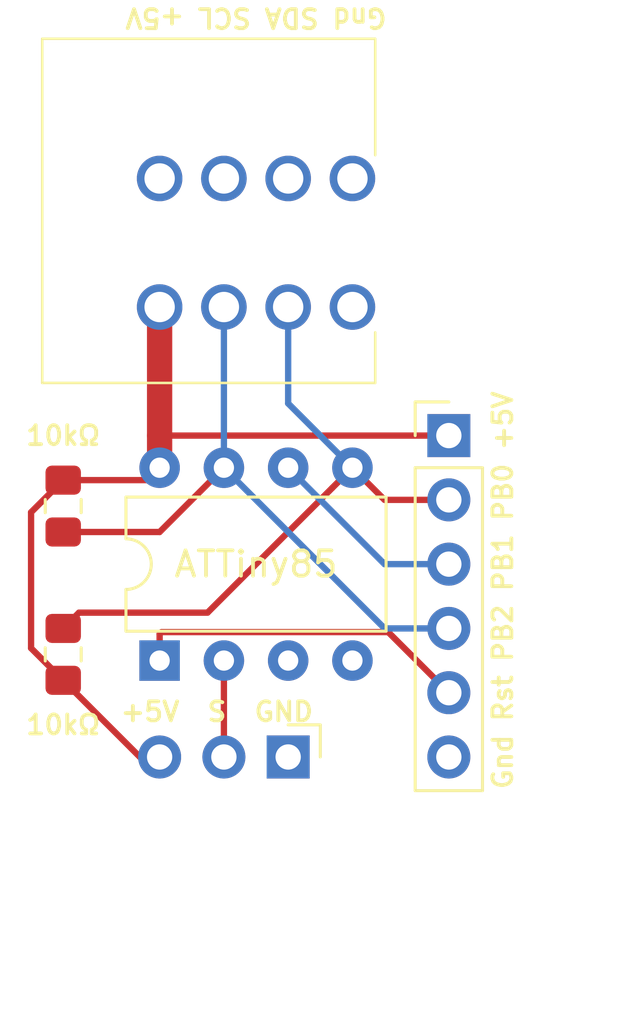
<source format=kicad_pcb>
(kicad_pcb (version 20171130) (host pcbnew "(5.1.0-0)")

  (general
    (thickness 1.6)
    (drawings 6)
    (tracks 30)
    (zones 0)
    (modules 6)
    (nets 9)
  )

  (page A4)
  (layers
    (0 F.Cu signal)
    (31 B.Cu signal)
    (32 B.Adhes user)
    (33 F.Adhes user)
    (34 B.Paste user)
    (35 F.Paste user)
    (36 B.SilkS user)
    (37 F.SilkS user)
    (38 B.Mask user)
    (39 F.Mask user)
    (40 Dwgs.User user)
    (41 Cmts.User user)
    (42 Eco1.User user)
    (43 Eco2.User user)
    (44 Edge.Cuts user)
    (45 Margin user)
    (46 B.CrtYd user hide)
    (47 F.CrtYd user hide)
    (48 B.Fab user)
    (49 F.Fab user)
  )

  (setup
    (last_trace_width 0.25)
    (user_trace_width 0.25)
    (user_trace_width 0.5)
    (user_trace_width 0.75)
    (user_trace_width 1)
    (trace_clearance 0.2)
    (zone_clearance 0.508)
    (zone_45_only no)
    (trace_min 0.2)
    (via_size 0.8)
    (via_drill 0.4)
    (via_min_size 0.4)
    (via_min_drill 0.3)
    (uvia_size 0.3)
    (uvia_drill 0.1)
    (uvias_allowed no)
    (uvia_min_size 0.2)
    (uvia_min_drill 0.1)
    (edge_width 0.05)
    (segment_width 0.2)
    (pcb_text_width 0.3)
    (pcb_text_size 1.5 1.5)
    (mod_edge_width 0.12)
    (mod_text_size 1 1)
    (mod_text_width 0.15)
    (pad_size 1.8 1.8)
    (pad_drill 1.2)
    (pad_to_mask_clearance 0.051)
    (solder_mask_min_width 0.25)
    (aux_axis_origin 0 0)
    (visible_elements FFFFFF7F)
    (pcbplotparams
      (layerselection 0x010fc_ffffffff)
      (usegerberextensions false)
      (usegerberattributes false)
      (usegerberadvancedattributes false)
      (creategerberjobfile false)
      (excludeedgelayer true)
      (linewidth 0.100000)
      (plotframeref false)
      (viasonmask false)
      (mode 1)
      (useauxorigin false)
      (hpglpennumber 1)
      (hpglpenspeed 20)
      (hpglpendiameter 15.000000)
      (psnegative false)
      (psa4output false)
      (plotreference true)
      (plotvalue true)
      (plotinvisibletext false)
      (padsonsilk false)
      (subtractmaskfromsilk false)
      (outputformat 1)
      (mirror false)
      (drillshape 1)
      (scaleselection 1)
      (outputdirectory ""))
  )

  (net 0 "")
  (net 1 "Net-(I2CConnection1-Pad2)")
  (net 2 "Net-(I2CConnection1-Pad3)")
  (net 3 +5V)
  (net 4 GND)
  (net 5 "Net-(MCU1-Pad2)")
  (net 6 "Net-(MCU1-Pad3)")
  (net 7 "Net-(J1-Pad5)")
  (net 8 "Net-(J1-Pad3)")

  (net_class Default "This is the default net class."
    (clearance 0.2)
    (trace_width 0.25)
    (via_dia 0.8)
    (via_drill 0.4)
    (uvia_dia 0.3)
    (uvia_drill 0.1)
    (add_net +5V)
    (add_net GND)
    (add_net "Net-(I2CConnection1-Pad2)")
    (add_net "Net-(I2CConnection1-Pad3)")
    (add_net "Net-(J1-Pad3)")
    (add_net "Net-(J1-Pad5)")
    (add_net "Net-(MCU1-Pad2)")
    (add_net "Net-(MCU1-Pad3)")
  )

  (module Connector_PinHeader_2.54mm:PinHeader_1x03_P2.54mm_Horizontal (layer F.Cu) (tedit 602B3CCE) (tstamp 602B77AC)
    (at 49.53 62.23 270)
    (descr "Through hole angled pin header, 1x03, 2.54mm pitch, 6mm pin length, single row")
    (tags "Through hole angled pin header THT 1x03 2.54mm single row")
    (path /602CE4CB)
    (fp_text reference MoistureSensor1 (at 4.385 -2.27 270) (layer F.SilkS) hide
      (effects (font (size 1 1) (thickness 0.15)))
    )
    (fp_text value Conn_01x03 (at 4.385 7.35 270) (layer F.Fab)
      (effects (font (size 1 1) (thickness 0.15)))
    )
    (fp_line (start 2.135 -1.27) (end 4.04 -1.27) (layer F.Fab) (width 0.1))
    (fp_line (start 4.04 -1.27) (end 4.04 6.35) (layer F.Fab) (width 0.1))
    (fp_line (start 4.04 6.35) (end 1.5 6.35) (layer F.Fab) (width 0.1))
    (fp_line (start 1.5 6.35) (end 1.5 -0.635) (layer F.Fab) (width 0.1))
    (fp_line (start 1.5 -0.635) (end 2.135 -1.27) (layer F.Fab) (width 0.1))
    (fp_line (start -0.32 -0.32) (end 1.5 -0.32) (layer F.Fab) (width 0.1))
    (fp_line (start -0.32 -0.32) (end -0.32 0.32) (layer F.Fab) (width 0.1))
    (fp_line (start -0.32 0.32) (end 1.5 0.32) (layer F.Fab) (width 0.1))
    (fp_line (start 4.04 -0.32) (end 10.04 -0.32) (layer F.Fab) (width 0.1))
    (fp_line (start 10.04 -0.32) (end 10.04 0.32) (layer F.Fab) (width 0.1))
    (fp_line (start 4.04 0.32) (end 10.04 0.32) (layer F.Fab) (width 0.1))
    (fp_line (start -0.32 2.22) (end 1.5 2.22) (layer F.Fab) (width 0.1))
    (fp_line (start -0.32 2.22) (end -0.32 2.86) (layer F.Fab) (width 0.1))
    (fp_line (start -0.32 2.86) (end 1.5 2.86) (layer F.Fab) (width 0.1))
    (fp_line (start 4.04 2.22) (end 10.04 2.22) (layer F.Fab) (width 0.1))
    (fp_line (start 10.04 2.22) (end 10.04 2.86) (layer F.Fab) (width 0.1))
    (fp_line (start 4.04 2.86) (end 10.04 2.86) (layer F.Fab) (width 0.1))
    (fp_line (start -0.32 4.76) (end 1.5 4.76) (layer F.Fab) (width 0.1))
    (fp_line (start -0.32 4.76) (end -0.32 5.4) (layer F.Fab) (width 0.1))
    (fp_line (start -0.32 5.4) (end 1.5 5.4) (layer F.Fab) (width 0.1))
    (fp_line (start 4.04 4.76) (end 10.04 4.76) (layer F.Fab) (width 0.1))
    (fp_line (start 10.04 4.76) (end 10.04 5.4) (layer F.Fab) (width 0.1))
    (fp_line (start 4.04 5.4) (end 10.04 5.4) (layer F.Fab) (width 0.1))
    (fp_line (start -1.27 0) (end -1.27 -1.27) (layer F.SilkS) (width 0.12))
    (fp_line (start -1.27 -1.27) (end 0 -1.27) (layer F.SilkS) (width 0.12))
    (fp_line (start -1.8 -1.8) (end -1.8 6.85) (layer F.CrtYd) (width 0.05))
    (fp_line (start -1.8 6.85) (end 10.55 6.85) (layer F.CrtYd) (width 0.05))
    (fp_line (start 10.55 6.85) (end 10.55 -1.8) (layer F.CrtYd) (width 0.05))
    (fp_line (start 10.55 -1.8) (end -1.8 -1.8) (layer F.CrtYd) (width 0.05))
    (fp_text user %R (at 2.77 2.54) (layer F.Fab)
      (effects (font (size 1 1) (thickness 0.15)))
    )
    (pad 1 thru_hole rect (at 0 0 270) (size 1.7 1.7) (drill 1) (layers *.Cu *.Mask)
      (net 4 GND))
    (pad 2 thru_hole oval (at 0 2.54 270) (size 1.7 1.7) (drill 1) (layers *.Cu *.Mask)
      (net 5 "Net-(MCU1-Pad2)"))
    (pad 3 thru_hole oval (at 0 5.08 270) (size 1.7 1.7) (drill 1) (layers *.Cu *.Mask)
      (net 3 +5V))
    (model ${KISYS3DMOD}/Connector_PinHeader_2.54mm.3dshapes/PinHeader_1x03_P2.54mm_Horizontal.wrl
      (at (xyz 0 0 0))
      (scale (xyz 1 1 1))
      (rotate (xyz 0 0 0))
    )
  )

  (module 1-2834016-4:128340164 (layer F.Cu) (tedit 602B2BB1) (tstamp 602B7750)
    (at 52.07 39.37 180)
    (descr 1-2834016-4-2)
    (tags Connector)
    (path /602ADF12)
    (fp_text reference I2CConnection1 (at 5.68 -1.28 180) (layer F.SilkS) hide
      (effects (font (size 1.27 1.27) (thickness 0.254)))
    )
    (fp_text value Conn_01x04 (at 5.68 -1.28 180) (layer F.SilkS) hide
      (effects (font (size 1.27 1.27) (thickness 0.254)))
    )
    (fp_text user %R (at 5.68 -1.28 180) (layer F.Fab)
      (effects (font (size 1.27 1.27) (thickness 0.254)))
    )
    (fp_line (start -0.9 -8.08) (end 12.26 -8.08) (layer F.Fab) (width 0.2))
    (fp_line (start 12.26 -8.08) (end 12.26 5.52) (layer F.Fab) (width 0.2))
    (fp_line (start 12.26 5.52) (end -0.9 5.52) (layer F.Fab) (width 0.2))
    (fp_line (start -0.9 5.52) (end -0.9 -8.08) (layer F.Fab) (width 0.2))
    (fp_line (start -1.9 -9.08) (end 13.26 -9.08) (layer F.CrtYd) (width 0.1))
    (fp_line (start 13.26 -9.08) (end 13.26 6.52) (layer F.CrtYd) (width 0.1))
    (fp_line (start 13.26 6.52) (end -1.9 6.52) (layer F.CrtYd) (width 0.1))
    (fp_line (start -1.9 6.52) (end -1.9 -9.08) (layer F.CrtYd) (width 0.1))
    (fp_line (start -0.9 -6.08) (end -0.9 -8.08) (layer F.SilkS) (width 0.1))
    (fp_line (start -0.9 -8.08) (end 12.26 -8.08) (layer F.SilkS) (width 0.1))
    (fp_line (start 12.26 -8.08) (end 12.26 5.52) (layer F.SilkS) (width 0.1))
    (fp_line (start 12.26 5.52) (end -0.9 5.52) (layer F.SilkS) (width 0.1))
    (fp_line (start -0.9 5.52) (end -0.9 0.92) (layer F.SilkS) (width 0.1))
    (pad "" thru_hole circle (at 0 0 180) (size 1.8 1.8) (drill 1.2) (layers *.Cu *.Mask))
    (pad 1 thru_hole circle (at 0 -5.08 180) (size 1.8 1.8) (drill 1.2) (layers *.Cu *.Mask)
      (net 4 GND))
    (pad "" thru_hole circle (at 2.54 0 180) (size 1.8 1.8) (drill 1.2) (layers *.Cu *.Mask))
    (pad 2 thru_hole circle (at 2.54 -5.08 180) (size 1.8 1.8) (drill 1.2) (layers *.Cu *.Mask)
      (net 1 "Net-(I2CConnection1-Pad2)"))
    (pad "" thru_hole circle (at 5.08 0 180) (size 1.8 1.8) (drill 1.2) (layers *.Cu *.Mask))
    (pad 3 thru_hole circle (at 5.08 -5.08 180) (size 1.8 1.8) (drill 1.2) (layers *.Cu *.Mask)
      (net 2 "Net-(I2CConnection1-Pad3)"))
    (pad "" thru_hole circle (at 7.62 0 180) (size 1.8 1.8) (drill 1.2) (layers *.Cu *.Mask))
    (pad 4 thru_hole circle (at 7.62 -5.08 180) (size 1.8 1.8) (drill 1.2) (layers *.Cu *.Mask)
      (net 3 +5V))
    (model 1-2834016-4.stp
      (offset (xyz 5.67999974303352 -5.320000091762998 4.939999983029053))
      (scale (xyz 1 1 1))
      (rotate (xyz -90 0 0))
    )
  )

  (module Resistor_SMD:R_0805_2012Metric_Pad1.15x1.40mm_HandSolder (layer F.Cu) (tedit 5B36C52B) (tstamp 602B7725)
    (at 40.64 58.175 90)
    (descr "Resistor SMD 0805 (2012 Metric), square (rectangular) end terminal, IPC_7351 nominal with elongated pad for handsoldering. (Body size source: https://docs.google.com/spreadsheets/d/1BsfQQcO9C6DZCsRaXUlFlo91Tg2WpOkGARC1WS5S8t0/edit?usp=sharing), generated with kicad-footprint-generator")
    (tags "resistor handsolder")
    (path /602CC853)
    (attr smd)
    (fp_text reference I2C_Pullup_SCL1 (at 0 -1.65 90) (layer F.SilkS) hide
      (effects (font (size 1 1) (thickness 0.15)))
    )
    (fp_text value 10k (at 0 1.65 90) (layer F.Fab)
      (effects (font (size 1 1) (thickness 0.15)))
    )
    (fp_text user %R (at 0 0 90) (layer F.Fab)
      (effects (font (size 0.5 0.5) (thickness 0.08)))
    )
    (fp_line (start 1.85 0.95) (end -1.85 0.95) (layer F.CrtYd) (width 0.05))
    (fp_line (start 1.85 -0.95) (end 1.85 0.95) (layer F.CrtYd) (width 0.05))
    (fp_line (start -1.85 -0.95) (end 1.85 -0.95) (layer F.CrtYd) (width 0.05))
    (fp_line (start -1.85 0.95) (end -1.85 -0.95) (layer F.CrtYd) (width 0.05))
    (fp_line (start -0.261252 0.71) (end 0.261252 0.71) (layer F.SilkS) (width 0.12))
    (fp_line (start -0.261252 -0.71) (end 0.261252 -0.71) (layer F.SilkS) (width 0.12))
    (fp_line (start 1 0.6) (end -1 0.6) (layer F.Fab) (width 0.1))
    (fp_line (start 1 -0.6) (end 1 0.6) (layer F.Fab) (width 0.1))
    (fp_line (start -1 -0.6) (end 1 -0.6) (layer F.Fab) (width 0.1))
    (fp_line (start -1 0.6) (end -1 -0.6) (layer F.Fab) (width 0.1))
    (pad 2 smd roundrect (at 1.025 0 90) (size 1.15 1.4) (layers F.Cu F.Paste F.Mask) (roundrect_rratio 0.217391)
      (net 1 "Net-(I2CConnection1-Pad2)"))
    (pad 1 smd roundrect (at -1.025 0 90) (size 1.15 1.4) (layers F.Cu F.Paste F.Mask) (roundrect_rratio 0.217391)
      (net 3 +5V))
    (model ${KISYS3DMOD}/Resistor_SMD.3dshapes/R_0805_2012Metric.wrl
      (at (xyz 0 0 0))
      (scale (xyz 1 1 1))
      (rotate (xyz 0 0 0))
    )
  )

  (module Resistor_SMD:R_0805_2012Metric_Pad1.15x1.40mm_HandSolder (layer F.Cu) (tedit 5B36C52B) (tstamp 602B7736)
    (at 40.64 52.315 270)
    (descr "Resistor SMD 0805 (2012 Metric), square (rectangular) end terminal, IPC_7351 nominal with elongated pad for handsoldering. (Body size source: https://docs.google.com/spreadsheets/d/1BsfQQcO9C6DZCsRaXUlFlo91Tg2WpOkGARC1WS5S8t0/edit?usp=sharing), generated with kicad-footprint-generator")
    (tags "resistor handsolder")
    (path /602C8F78)
    (attr smd)
    (fp_text reference I2C_Pullup_SDA1 (at 0 -1.65 270) (layer F.SilkS) hide
      (effects (font (size 1 1) (thickness 0.15)))
    )
    (fp_text value 10k (at 0 1.65 270) (layer F.Fab)
      (effects (font (size 1 1) (thickness 0.15)))
    )
    (fp_line (start -1 0.6) (end -1 -0.6) (layer F.Fab) (width 0.1))
    (fp_line (start -1 -0.6) (end 1 -0.6) (layer F.Fab) (width 0.1))
    (fp_line (start 1 -0.6) (end 1 0.6) (layer F.Fab) (width 0.1))
    (fp_line (start 1 0.6) (end -1 0.6) (layer F.Fab) (width 0.1))
    (fp_line (start -0.261252 -0.71) (end 0.261252 -0.71) (layer F.SilkS) (width 0.12))
    (fp_line (start -0.261252 0.71) (end 0.261252 0.71) (layer F.SilkS) (width 0.12))
    (fp_line (start -1.85 0.95) (end -1.85 -0.95) (layer F.CrtYd) (width 0.05))
    (fp_line (start -1.85 -0.95) (end 1.85 -0.95) (layer F.CrtYd) (width 0.05))
    (fp_line (start 1.85 -0.95) (end 1.85 0.95) (layer F.CrtYd) (width 0.05))
    (fp_line (start 1.85 0.95) (end -1.85 0.95) (layer F.CrtYd) (width 0.05))
    (fp_text user %R (at 0 0 270) (layer F.Fab)
      (effects (font (size 0.5 0.5) (thickness 0.08)))
    )
    (pad 1 smd roundrect (at -1.025 0 270) (size 1.15 1.4) (layers F.Cu F.Paste F.Mask) (roundrect_rratio 0.217391)
      (net 3 +5V))
    (pad 2 smd roundrect (at 1.025 0 270) (size 1.15 1.4) (layers F.Cu F.Paste F.Mask) (roundrect_rratio 0.217391)
      (net 2 "Net-(I2CConnection1-Pad3)"))
    (model ${KISYS3DMOD}/Resistor_SMD.3dshapes/R_0805_2012Metric.wrl
      (at (xyz 0 0 0))
      (scale (xyz 1 1 1))
      (rotate (xyz 0 0 0))
    )
  )

  (module Package_DIP:DIP-8_W7.62mm (layer F.Cu) (tedit 5A02E8C5) (tstamp 602B776C)
    (at 44.45 58.42 90)
    (descr "8-lead though-hole mounted DIP package, row spacing 7.62 mm (300 mils)")
    (tags "THT DIP DIL PDIP 2.54mm 7.62mm 300mil")
    (path /6029EE90)
    (fp_text reference MCU1 (at 3.81 -2.33 90) (layer F.SilkS) hide
      (effects (font (size 1 1) (thickness 0.15)))
    )
    (fp_text value ATtiny85-20PU (at 3.81 9.95 90) (layer F.Fab)
      (effects (font (size 1 1) (thickness 0.15)))
    )
    (fp_arc (start 3.81 -1.33) (end 2.81 -1.33) (angle -180) (layer F.SilkS) (width 0.12))
    (fp_line (start 1.635 -1.27) (end 6.985 -1.27) (layer F.Fab) (width 0.1))
    (fp_line (start 6.985 -1.27) (end 6.985 8.89) (layer F.Fab) (width 0.1))
    (fp_line (start 6.985 8.89) (end 0.635 8.89) (layer F.Fab) (width 0.1))
    (fp_line (start 0.635 8.89) (end 0.635 -0.27) (layer F.Fab) (width 0.1))
    (fp_line (start 0.635 -0.27) (end 1.635 -1.27) (layer F.Fab) (width 0.1))
    (fp_line (start 2.81 -1.33) (end 1.16 -1.33) (layer F.SilkS) (width 0.12))
    (fp_line (start 1.16 -1.33) (end 1.16 8.95) (layer F.SilkS) (width 0.12))
    (fp_line (start 1.16 8.95) (end 6.46 8.95) (layer F.SilkS) (width 0.12))
    (fp_line (start 6.46 8.95) (end 6.46 -1.33) (layer F.SilkS) (width 0.12))
    (fp_line (start 6.46 -1.33) (end 4.81 -1.33) (layer F.SilkS) (width 0.12))
    (fp_line (start -1.1 -1.55) (end -1.1 9.15) (layer F.CrtYd) (width 0.05))
    (fp_line (start -1.1 9.15) (end 8.7 9.15) (layer F.CrtYd) (width 0.05))
    (fp_line (start 8.7 9.15) (end 8.7 -1.55) (layer F.CrtYd) (width 0.05))
    (fp_line (start 8.7 -1.55) (end -1.1 -1.55) (layer F.CrtYd) (width 0.05))
    (fp_text user %R (at 3.81 3.81 90) (layer F.Fab)
      (effects (font (size 1 1) (thickness 0.15)))
    )
    (pad 1 thru_hole rect (at 0 0 90) (size 1.6 1.6) (drill 0.8) (layers *.Cu *.Mask)
      (net 7 "Net-(J1-Pad5)"))
    (pad 5 thru_hole oval (at 7.62 7.62 90) (size 1.6 1.6) (drill 0.8) (layers *.Cu *.Mask)
      (net 1 "Net-(I2CConnection1-Pad2)"))
    (pad 2 thru_hole oval (at 0 2.54 90) (size 1.6 1.6) (drill 0.8) (layers *.Cu *.Mask)
      (net 5 "Net-(MCU1-Pad2)"))
    (pad 6 thru_hole oval (at 7.62 5.08 90) (size 1.6 1.6) (drill 0.8) (layers *.Cu *.Mask)
      (net 8 "Net-(J1-Pad3)"))
    (pad 3 thru_hole oval (at 0 5.08 90) (size 1.6 1.6) (drill 0.8) (layers *.Cu *.Mask)
      (net 6 "Net-(MCU1-Pad3)"))
    (pad 7 thru_hole oval (at 7.62 2.54 90) (size 1.6 1.6) (drill 0.8) (layers *.Cu *.Mask)
      (net 2 "Net-(I2CConnection1-Pad3)"))
    (pad 4 thru_hole oval (at 0 7.62 90) (size 1.6 1.6) (drill 0.8) (layers *.Cu *.Mask)
      (net 4 GND))
    (pad 8 thru_hole oval (at 7.62 0 90) (size 1.6 1.6) (drill 0.8) (layers *.Cu *.Mask)
      (net 3 +5V))
    (model ${KISYS3DMOD}/Package_DIP.3dshapes/DIP-8_W7.62mm.wrl
      (at (xyz 0 0 0))
      (scale (xyz 1 1 1))
      (rotate (xyz 0 0 0))
    )
  )

  (module Connector_PinHeader_2.54mm:PinHeader_1x06_P2.54mm_Vertical (layer F.Cu) (tedit 59FED5CC) (tstamp 602B3D6A)
    (at 55.88 49.53)
    (descr "Through hole straight pin header, 1x06, 2.54mm pitch, single row")
    (tags "Through hole pin header THT 1x06 2.54mm single row")
    (path /602C5DB4)
    (fp_text reference J1 (at 0 -2.33) (layer F.SilkS) hide
      (effects (font (size 1 1) (thickness 0.15)))
    )
    (fp_text value Conn_01x06_Female (at 0 15.03) (layer F.Fab)
      (effects (font (size 1 1) (thickness 0.15)))
    )
    (fp_line (start -0.635 -1.27) (end 1.27 -1.27) (layer F.Fab) (width 0.1))
    (fp_line (start 1.27 -1.27) (end 1.27 13.97) (layer F.Fab) (width 0.1))
    (fp_line (start 1.27 13.97) (end -1.27 13.97) (layer F.Fab) (width 0.1))
    (fp_line (start -1.27 13.97) (end -1.27 -0.635) (layer F.Fab) (width 0.1))
    (fp_line (start -1.27 -0.635) (end -0.635 -1.27) (layer F.Fab) (width 0.1))
    (fp_line (start -1.33 14.03) (end 1.33 14.03) (layer F.SilkS) (width 0.12))
    (fp_line (start -1.33 1.27) (end -1.33 14.03) (layer F.SilkS) (width 0.12))
    (fp_line (start 1.33 1.27) (end 1.33 14.03) (layer F.SilkS) (width 0.12))
    (fp_line (start -1.33 1.27) (end 1.33 1.27) (layer F.SilkS) (width 0.12))
    (fp_line (start -1.33 0) (end -1.33 -1.33) (layer F.SilkS) (width 0.12))
    (fp_line (start -1.33 -1.33) (end 0 -1.33) (layer F.SilkS) (width 0.12))
    (fp_line (start -1.8 -1.8) (end -1.8 14.5) (layer F.CrtYd) (width 0.05))
    (fp_line (start -1.8 14.5) (end 1.8 14.5) (layer F.CrtYd) (width 0.05))
    (fp_line (start 1.8 14.5) (end 1.8 -1.8) (layer F.CrtYd) (width 0.05))
    (fp_line (start 1.8 -1.8) (end -1.8 -1.8) (layer F.CrtYd) (width 0.05))
    (fp_text user %R (at 0 6.35 90) (layer F.Fab)
      (effects (font (size 1 1) (thickness 0.15)))
    )
    (pad 1 thru_hole rect (at 0 0) (size 1.7 1.7) (drill 1) (layers *.Cu *.Mask)
      (net 3 +5V))
    (pad 2 thru_hole oval (at 0 2.54) (size 1.7 1.7) (drill 1) (layers *.Cu *.Mask)
      (net 1 "Net-(I2CConnection1-Pad2)"))
    (pad 3 thru_hole oval (at 0 5.08) (size 1.7 1.7) (drill 1) (layers *.Cu *.Mask)
      (net 8 "Net-(J1-Pad3)"))
    (pad 4 thru_hole oval (at 0 7.62) (size 1.7 1.7) (drill 1) (layers *.Cu *.Mask)
      (net 2 "Net-(I2CConnection1-Pad3)"))
    (pad 5 thru_hole oval (at 0 10.16) (size 1.7 1.7) (drill 1) (layers *.Cu *.Mask)
      (net 7 "Net-(J1-Pad5)"))
    (pad 6 thru_hole oval (at 0 12.7) (size 1.7 1.7) (drill 1) (layers *.Cu *.Mask)
      (net 4 GND))
    (model ${KISYS3DMOD}/Connector_PinHeader_2.54mm.3dshapes/PinHeader_1x06_P2.54mm_Vertical.wrl
      (at (xyz 0 0 0))
      (scale (xyz 1 1 1))
      (rotate (xyz 0 0 0))
    )
  )

  (gr_text "+5V  S  GND" (at 46.714032 60.442274) (layer F.SilkS) (tstamp 602B935E)
    (effects (font (size 0.75 0.75) (thickness 0.15)))
  )
  (gr_text ATTiny85 (at 48.26 54.61) (layer F.SilkS)
    (effects (font (size 1 1) (thickness 0.15)))
  )
  (gr_text 10kΩ (at 40.64 60.96) (layer F.SilkS) (tstamp 602B4388)
    (effects (font (size 0.75 0.75) (thickness 0.15)))
  )
  (gr_text 10kΩ (at 40.64 49.53) (layer F.SilkS)
    (effects (font (size 0.75 0.75) (thickness 0.15)))
  )
  (gr_text "Gnd Rst PB2 PB1 PB0 +5V" (at 58.011262 55.64128 90) (layer F.SilkS) (tstamp 602B437D)
    (effects (font (size 0.75 0.75) (thickness 0.15)))
  )
  (gr_text "Gnd SDA SCL +5V" (at 48.26 33.02 180) (layer F.SilkS)
    (effects (font (size 0.75 0.75) (thickness 0.15)))
  )

  (segment (start 53.34 52.07) (end 52.07 50.8) (width 0.25) (layer F.Cu) (net 1))
  (segment (start 55.88 52.07) (end 53.34 52.07) (width 0.25) (layer F.Cu) (net 1))
  (segment (start 49.53 48.26) (end 52.07 50.8) (width 0.25) (layer B.Cu) (net 1))
  (segment (start 49.53 44.45) (end 49.53 48.26) (width 0.25) (layer B.Cu) (net 1))
  (segment (start 46.343372 56.526628) (end 51.270001 51.599999) (width 0.25) (layer F.Cu) (net 1))
  (segment (start 41.263372 56.526628) (end 46.343372 56.526628) (width 0.25) (layer F.Cu) (net 1))
  (segment (start 51.270001 51.599999) (end 52.07 50.8) (width 0.25) (layer F.Cu) (net 1))
  (segment (start 40.64 57.15) (end 41.263372 56.526628) (width 0.25) (layer F.Cu) (net 1))
  (segment (start 53.34 57.15) (end 46.99 50.8) (width 0.25) (layer B.Cu) (net 2))
  (segment (start 55.88 57.15) (end 53.34 57.15) (width 0.25) (layer B.Cu) (net 2))
  (segment (start 46.99 44.45) (end 46.99 50.8) (width 0.25) (layer B.Cu) (net 2))
  (segment (start 44.45 53.34) (end 46.99 50.8) (width 0.25) (layer F.Cu) (net 2))
  (segment (start 40.64 53.34) (end 44.45 53.34) (width 0.25) (layer F.Cu) (net 2))
  (segment (start 55.88 49.53) (end 44.45 49.53) (width 0.25) (layer F.Cu) (net 3))
  (segment (start 44.45 49.53) (end 44.45 50.8) (width 1) (layer F.Cu) (net 3))
  (segment (start 44.45 44.45) (end 44.45 49.53) (width 1) (layer F.Cu) (net 3))
  (segment (start 43.96 51.29) (end 44.45 50.8) (width 0.25) (layer F.Cu) (net 3))
  (segment (start 40.64 51.29) (end 43.96 51.29) (width 0.25) (layer F.Cu) (net 3))
  (segment (start 40.64 51.29) (end 39.37 52.56) (width 0.25) (layer F.Cu) (net 3))
  (segment (start 39.37 57.93) (end 40.64 59.2) (width 0.25) (layer F.Cu) (net 3))
  (segment (start 39.37 52.56) (end 39.37 57.93) (width 0.25) (layer F.Cu) (net 3))
  (segment (start 43.67 62.23) (end 44.45 62.23) (width 0.25) (layer F.Cu) (net 3))
  (segment (start 40.64 59.2) (end 43.67 62.23) (width 0.25) (layer F.Cu) (net 3))
  (segment (start 46.99 62.23) (end 46.99 58.42) (width 0.25) (layer F.Cu) (net 5))
  (segment (start 44.525001 57.294999) (end 44.45 57.37) (width 0.25) (layer F.Cu) (net 7))
  (segment (start 53.484999 57.294999) (end 44.525001 57.294999) (width 0.25) (layer F.Cu) (net 7))
  (segment (start 44.45 57.37) (end 44.45 58.42) (width 0.25) (layer F.Cu) (net 7))
  (segment (start 55.88 59.69) (end 53.484999 57.294999) (width 0.25) (layer F.Cu) (net 7))
  (segment (start 53.34 54.61) (end 49.53 50.8) (width 0.25) (layer B.Cu) (net 8))
  (segment (start 55.88 54.61) (end 53.34 54.61) (width 0.25) (layer B.Cu) (net 8))

)

</source>
